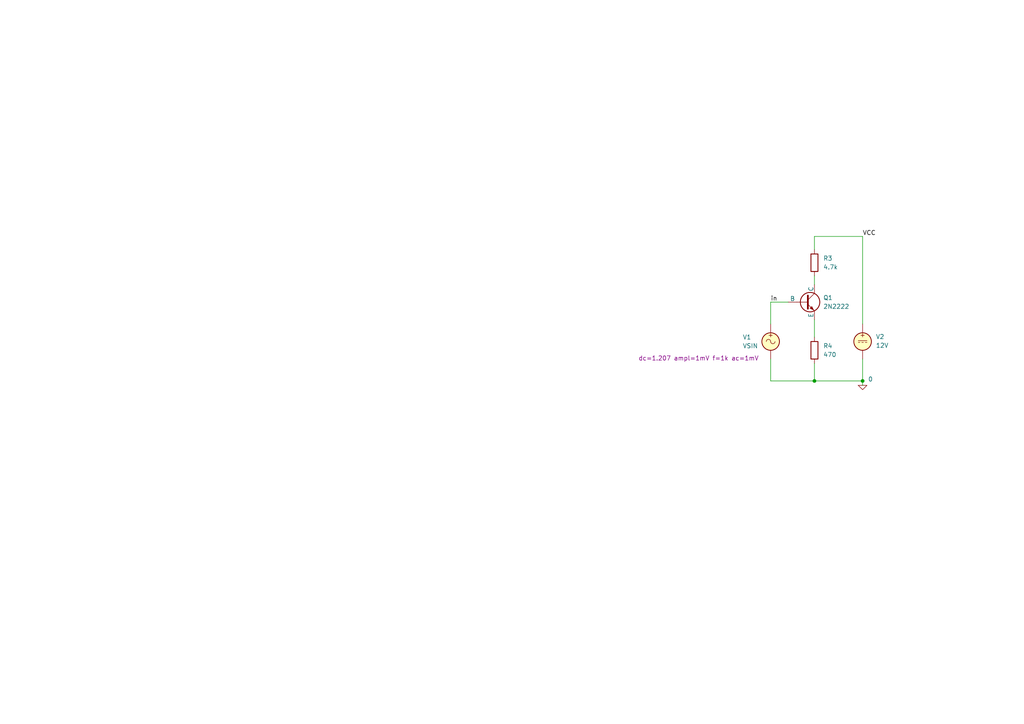
<source format=kicad_sch>
(kicad_sch (version 20250114) (generator "eeschema") (generator_version "9.0")
  (paper "A4")
  (lib_symbols
    (symbol "Device:R" (pin_numbers (hide yes)) (pin_names (offset 0))
      (property "Reference" "R" (at 2.032 0 90))
      (property "Value" "R" (at 0 0 90))
      (symbol "R_0_1"
        (rectangle (start -1.016 -2.54) (end 1.016 2.54) (stroke (width 0.254)))
      )
      (symbol "R_1_1"
        (pin passive line (at 0 3.81 270) (length 1.27) (name "~") (number "1"))
        (pin passive line (at 0 -3.81 90) (length 1.27) (name "~") (number "2"))
      )
    )
    (symbol "Simulation_SPICE:0" (power) (pin_numbers (hide yes)) (pin_names (offset 0) (hide yes))
      (property "Value" "0" (at 0 -2.54 0))
      (symbol "0_0_1"
        (polyline (pts (xy -1.27 0) (xy 0 -1.27) (xy 1.27 0) (xy -1.27 0)))
      )
      (symbol "0_1_1"
        (pin power_in line (at 0 0 0) (length 0) (name "~") (number "1"))
      )
    )
    (symbol "Simulation_SPICE:NPN" (pin_numbers (hide yes)) (pin_names (offset 0))
      (property "Reference" "Q" (at -2.54 7.62 0))
      (property "Value" "NPN" (at -2.54 5.08 0))
      (symbol "NPN_0_1"
        (polyline (pts (xy -2.54 0) (xy 0.635 0)) (stroke (width 0.1524)))
        (polyline (pts (xy 0.635 1.905) (xy 0.635 -1.905) (xy 0.635 -1.905)) (stroke (width 0.508)))
        (polyline (pts (xy 0.635 0.635) (xy 2.54 2.54)))
        (polyline (pts (xy 0.635 -0.635) (xy 2.54 -2.54) (xy 2.54 -2.54)))
        (circle (center 1.27 0) (radius 2.8194) (stroke (width 0.254)))
        (polyline (pts (xy 1.27 -1.778) (xy 1.778 -1.27) (xy 2.286 -2.286) (xy 1.27 -1.778) (xy 1.27 -1.778)) (fill (type outline)))
        (polyline (pts (xy 2.794 -1.27) (xy 2.794 -1.27)) (stroke (width 0.1524)))
        (polyline (pts (xy 2.794 -1.27) (xy 2.794 -1.27)) (stroke (width 0.1524)))
      )
      (symbol "NPN_1_1"
        (pin input line (at -5.08 0 0) (length 2.54) (name "B") (number "2"))
        (pin open_collector line (at 2.54 5.08 270) (length 2.54) (name "C") (number "1"))
        (pin open_emitter line (at 2.54 -5.08 90) (length 2.54) (name "E") (number "3"))
      )
    )
    (symbol "Simulation_SPICE:VDC" (pin_numbers (hide yes)) (pin_names (offset 0.0254))
      (property "Reference" "V" (at 2.54 2.54 0))
      (property "Value" "1" (at 2.54 0 0))
      (symbol "VDC_0_0"
        (polyline (pts (xy -1.27 0.254) (xy 1.27 0.254)))
        (polyline (pts (xy -0.762 -0.254) (xy -1.27 -0.254)))
        (polyline (pts (xy 0.254 -0.254) (xy -0.254 -0.254)))
        (polyline (pts (xy 1.27 -0.254) (xy 0.762 -0.254)))
        (text "+" (at 0 1.905 0) (effects (font (size 1.27 1.27))))
      )
      (symbol "VDC_0_1"
        (circle (center 0 0) (radius 2.54) (stroke (width 0.254)) (fill (type background)))
      )
      (symbol "VDC_1_1"
        (pin passive line (at 0 5.08 270) (length 2.54) (name "~") (number "1"))
        (pin passive line (at 0 -5.08 90) (length 2.54) (name "~") (number "2"))
      )
    )
    (symbol "Simulation_SPICE:VSIN" (pin_numbers (hide yes)) (pin_names (offset 0.0254))
      (property "Reference" "V" (at 2.54 2.54 0))
      (property "Value" "VSIN" (at 2.54 0 0))
      (property "Sim.Params" "dc=0 ampl=1 f=1k ac=1" (at 2.54 -2.54 0))
      (symbol "VSIN_0_0"
        (arc (start -1.27 0) (mid -0.635 0.6323) (end 0 0))
        (arc (start 1.27 0) (mid 0.635 -0.6323) (end 0 0))
        (text "+" (at 0 1.905 0) (effects (font (size 1.27 1.27))))
      )
      (symbol "VSIN_0_1"
        (circle (center 0 0) (radius 2.54) (stroke (width 0.254)) (fill (type background)))
      )
      (symbol "VSIN_1_1"
        (pin passive line (at 0 5.08 270) (length 2.54) (name "~") (number "1"))
        (pin passive line (at 0 -5.08 90) (length 2.54) (name "~") (number "2"))
      )
    )
  )
  (junction (at 250.19 110.49))
  (junction (at 236.22 110.49))
  (wire (pts (xy 223.52 87.63) (xy 228.6 87.63)))
  (wire (pts (xy 250.19 110.49) (xy 250.19 111.76)))
  (wire (pts (xy 236.22 110.49) (xy 250.19 110.49)))
  (wire (pts (xy 250.19 104.14) (xy 250.19 110.49)))
  (wire (pts (xy 223.52 104.14) (xy 223.52 110.49)))
  (wire (pts (xy 250.19 68.58) (xy 250.19 93.98)))
  (wire (pts (xy 236.22 105.41) (xy 236.22 110.49)))
  (wire (pts (xy 236.22 80.01) (xy 236.22 82.55)))
  (wire (pts (xy 236.22 92.71) (xy 236.22 97.79)))
  (wire (pts (xy 236.22 68.58) (xy 250.19 68.58)))
  (wire (pts (xy 223.52 93.98) (xy 223.52 87.63)))
  (wire (pts (xy 236.22 72.39) (xy 236.22 68.58)))
  (wire (pts (xy 223.52 110.49) (xy 236.22 110.49)))
  (label "VCC" (at 250.19 68.58 0))
  (label "in" (at 223.52 87.63 0))
  (symbol (lib_id "Simulation_SPICE:0") (at 250.19 111.76 0) (unit 1)
    (property "Reference" "#GND01" (effects (hide yes)))
    (property "Value" "0" (at 252.476 109.982 0))
    (property "Datasheet" "https://ngspice.sourceforge.io/docs/ngspice-html-manual/manual.xhtml#subsec_Circuit_elements__device" (effects (hide yes)))
    (property "Description" "0V reference potential for simulation" (effects (hide yes)))
  )
  (symbol (lib_id "Device:R") (at 236.22 76.2 0) (unit 1)
    (property "Reference" "R3" (at 238.76 74.9299 0) (effects (justify left)))
    (property "Value" "4.7k" (at 238.76 77.4699 0) (effects (justify left)))
    (property "Description" "Resistor" (effects (hide yes)))
  )
  (symbol (lib_id "Simulation_SPICE:VSIN") (at 223.52 99.06 0) (unit 1)
    (property "Reference" "V1" (at 215.392 97.79 0) (effects (justify left)))
    (property "Value" "VSIN" (at 215.392 100.33 0) (effects (justify left)))
    (property "Datasheet" "https://ngspice.sourceforge.io/docs/ngspice-html-manual/manual.xhtml#sec_Independent_Sources_for" (effects (hide yes)))
    (property "Description" "Voltage source, sinusoidal" (effects (hide yes)))
    (property "Sim.Pins" "1=+ 2=-" (effects (hide yes)))
    (property "Sim.Params" "dc=1.207 ampl=1mV f=1k ac=1mV" (at 185.166 103.886 0) (effects (justify left)))
    (property "Sim.Type" "SIN" (effects (hide yes)))
    (property "Sim.Device" "V" (effects (hide yes)))
  )
  (symbol (lib_id "Simulation_SPICE:VDC") (at 250.19 99.06 0) (unit 1)
    (property "Reference" "V2" (at 254 97.6601 0) (effects (justify left)))
    (property "Value" "12V" (at 254 100.2001 0) (effects (justify left)))
    (property "Datasheet" "https://ngspice.sourceforge.io/docs/ngspice-html-manual/manual.xhtml#sec_Independent_Sources_for" (effects (hide yes)))
    (property "Description" "Voltage source, DC" (effects (hide yes)))
    (property "Sim.Pins" "1=+ 2=-" (effects (hide yes)))
    (property "Sim.Type" "DC" (effects (hide yes)))
    (property "Sim.Device" "V" (effects (hide yes)))
  )
  (symbol (lib_id "Device:R") (at 236.22 101.6 0) (unit 1)
    (property "Reference" "R4" (at 238.76 100.3299 0) (effects (justify left)))
    (property "Value" "470" (at 238.76 102.8699 0) (effects (justify left)))
    (property "Description" "Resistor" (effects (hide yes)))
  )
  (symbol (lib_id "Simulation_SPICE:NPN") (at 233.68 87.63 0) (unit 1)
    (property "Reference" "Q1" (at 238.76 86.3599 0) (effects (justify left)))
    (property "Value" "2N2222" (at 238.76 88.8999 0) (effects (justify left)))
    (property "Datasheet" "https://ngspice.sourceforge.io/docs/ngspice-html-manual/manual.xhtml#cha_BJTs" (effects (hide yes)))
    (property "Description" "Bipolar transistor symbol for simulation only, substrate tied to the emitter" (effects (hide yes)))
    (property "Sim.Device" "NPN" (effects (hide yes)))
    (property "Sim.Type" "GUMMELPOON" (effects (hide yes)))
    (property "Sim.Pins" "1=C 2=B 3=E" (effects (hide yes)))
    (property "Sim.Library" "lib/2N2222_central.LIB" (effects (hide yes)))
    (property "Sim.Name" "2N2222" (effects (hide yes)))
  )
)
</source>
